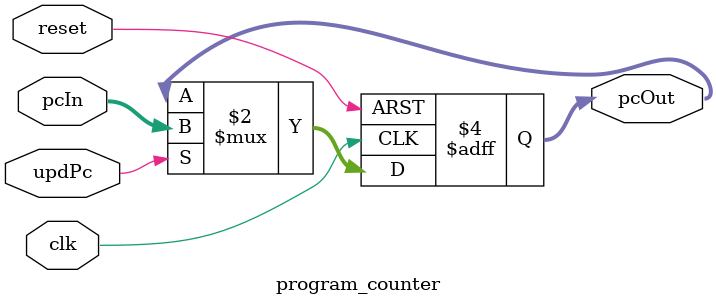
<source format=v>
`timescale 1ns / 1ps

module program_counter(
    input  wire         clk,
    input  wire         reset,
    input  wire         updPc,
    input  wire [31:0]  pcIn,
    output reg [31:0]   pcOut
    );
    
    always @(posedge clk, posedge reset)
    begin
        if(reset) begin
            pcOut <= 0;
        end
        else if (updPc) begin
          // $display("UPDATING PC to %d", pcIn);
            pcOut <= pcIn;
        end
    end
endmodule

</source>
